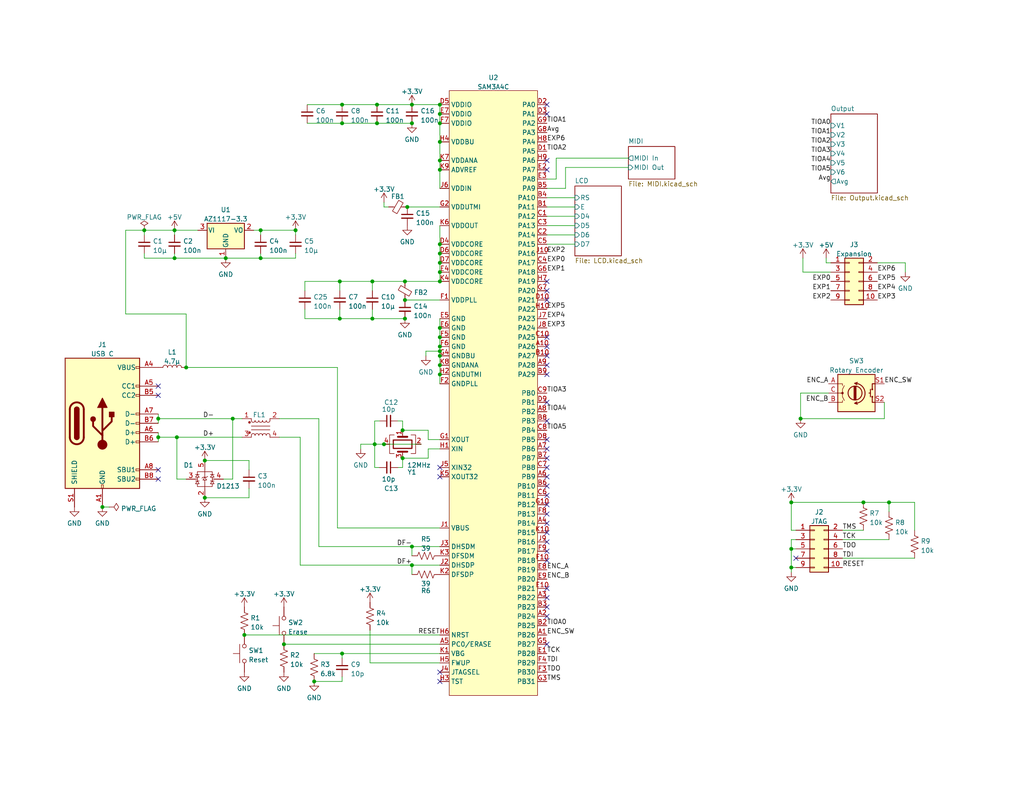
<source format=kicad_sch>
(kicad_sch (version 20211123) (generator eeschema)
  (paper "USLetter")
  (title_block (title "DRSSTC MIDI Interrupter") (rev "1") (comment 2 "July 2022") (comment 3 "Daniel Van Dalsem") (comment 4 "UCSB IEEE"))
  (lib_symbols
    (symbol "Connector:USB_C_Receptacle_USB2.0" (pin_names (offset 1.016))
      (property "Reference" "J" (at -10.16 19.05 0))
      (property "Value" "USB_C_Receptacle_USB2.0" (at 19.05 19.05 0))
      (symbol "USB_C_Receptacle_USB2.0_1_1"
        (pin passive line (at 0 -22.86 90) (length 5.08) (name "GND") (number "A1"))
        (pin passive line (at 0 -22.86 90) (length 5.08) hide (name "GND") (number "A12"))
        (pin passive line (at 15.24 15.24 180) (length 5.08) (name "VBUS") (number "A4"))
        (pin bidirectional line (at 15.24 10.16 180) (length 5.08) (name "CC1") (number "A5"))
        (pin bidirectional line (at 15.24 -2.54 180) (length 5.08) (name "D+") (number "A6"))
        (pin bidirectional line (at 15.24 2.54 180) (length 5.08) (name "D-") (number "A7"))
        (pin bidirectional line (at 15.24 -12.7 180) (length 5.08) (name "SBU1") (number "A8"))
        (pin passive line (at 15.24 15.24 180) (length 5.08) hide (name "VBUS") (number "A9"))
        (pin passive line (at 0 -22.86 90) (length 5.08) hide (name "GND") (number "B1"))
        (pin passive line (at 0 -22.86 90) (length 5.08) hide (name "GND") (number "B12"))
        (pin passive line (at 15.24 15.24 180) (length 5.08) hide (name "VBUS") (number "B4"))
        (pin bidirectional line (at 15.24 7.62 180) (length 5.08) (name "CC2") (number "B5"))
        (pin bidirectional line (at 15.24 -5.08 180) (length 5.08) (name "D+") (number "B6"))
        (pin bidirectional line (at 15.24 0 180) (length 5.08) (name "D-") (number "B7"))
        (pin bidirectional line (at 15.24 -15.24 180) (length 5.08) (name "SBU2") (number "B8"))
        (pin passive line (at 15.24 15.24 180) (length 5.08) hide (name "VBUS") (number "B9"))
        (pin passive line (at -7.62 -22.86 90) (length 5.08) (name "SHIELD") (number "S1"))
      )
    )
    (symbol "Connector_Generic:Conn_02x05_Odd_Even" (pin_names (offset 1.016) hide)
      (property "Reference" "J" (at 1.27 7.62 0))
      (property "Value" "Conn_02x05_Odd_Even" (at 1.27 -7.62 0))
      (symbol "Conn_02x05_Odd_Even_1_1"
        (pin passive line (at -5.08 5.08 0) (length 3.81) (name "Pin_1") (number "1"))
        (pin passive line (at 7.62 -5.08 180) (length 3.81) (name "Pin_10") (number "10"))
        (pin passive line (at 7.62 5.08 180) (length 3.81) (name "Pin_2") (number "2"))
        (pin passive line (at -5.08 2.54 0) (length 3.81) (name "Pin_3") (number "3"))
        (pin passive line (at 7.62 2.54 180) (length 3.81) (name "Pin_4") (number "4"))
        (pin passive line (at -5.08 0 0) (length 3.81) (name "Pin_5") (number "5"))
        (pin passive line (at 7.62 0 180) (length 3.81) (name "Pin_6") (number "6"))
        (pin passive line (at -5.08 -2.54 0) (length 3.81) (name "Pin_7") (number "7"))
        (pin passive line (at 7.62 -2.54 180) (length 3.81) (name "Pin_8") (number "8"))
        (pin passive line (at -5.08 -5.08 0) (length 3.81) (name "Pin_9") (number "9"))
      )
    )
    (symbol "Custom_Symbols:D1213" (pin_names (offset 1.016))
      (property "Reference" "D" (at 2.54 -3.81 0))
      (property "Value" "D1213" (at 3.81 3.81 0))
      (symbol "D1213_1_1"
        (pin passive line (at 0 -5.08 90) (length 2.54) (name "~") (number "2"))
        (pin passive line (at -5.08 0 0) (length 2.54) (name "~") (number "3"))
        (pin passive line (at 5.08 0 180) (length 2.54) (name "~") (number "4"))
        (pin passive line (at 0 5.08 270) (length 2.54) (name "~") (number "5"))
      )
    )
    (symbol "Custom_Symbols:SAM3A4C"
      (property "Reference" "U" (at 22.86 1.27 0))
      (property "Value" "SAM3A4C" (at 5.08 1.27 0))
      (symbol "SAM3A4C_0_0"
        (pin bidirectional line (at 26.67 -148.59 180) (length 2.54) (name "PB26") (number "A1"))
        (pin bidirectional line (at 26.67 -69.85 180) (length 2.54) (name "PA26") (number "A10"))
        (pin bidirectional line (at 26.67 -143.51 180) (length 2.54) (name "PB24") (number "A2"))
        (pin bidirectional line (at 26.67 -138.43 180) (length 2.54) (name "PB22") (number "A3"))
        (pin bidirectional line (at 26.67 -118.11 180) (length 2.54) (name "PB14") (number "A4"))
        (pin bidirectional line (at -2.54 -151.13 0) (length 2.54) (name "PC0/ERASE") (number "A5"))
        (pin bidirectional line (at 26.67 -105.41 180) (length 2.54) (name "PB9") (number "A6"))
        (pin bidirectional line (at 26.67 -97.79 180) (length 2.54) (name "PB6") (number "A7"))
        (pin bidirectional line (at 26.67 -87.63 180) (length 2.54) (name "PB2") (number "A8"))
        (pin bidirectional line (at 26.67 -74.93 180) (length 2.54) (name "PA28") (number "A9"))
        (pin bidirectional line (at 26.67 -31.75 180) (length 2.54) (name "PA11") (number "B1"))
        (pin bidirectional line (at 26.67 -72.39 180) (length 2.54) (name "PA27") (number "B10"))
        (pin bidirectional line (at 26.67 -146.05 180) (length 2.54) (name "PB25") (number "B2"))
        (pin bidirectional line (at 26.67 -140.97 180) (length 2.54) (name "PB23") (number "B3"))
        (pin bidirectional line (at 26.67 -29.21 180) (length 2.54) (name "PA10") (number "B4"))
        (pin bidirectional line (at 26.67 -26.67 180) (length 2.54) (name "PA9") (number "B5"))
        (pin bidirectional line (at 26.67 -107.95 180) (length 2.54) (name "PB10") (number "B6"))
        (pin bidirectional line (at 26.67 -100.33 180) (length 2.54) (name "PB7") (number "B7"))
        (pin bidirectional line (at 26.67 -90.17 180) (length 2.54) (name "PB3") (number "B8"))
        (pin bidirectional line (at 26.67 -77.47 180) (length 2.54) (name "PA29") (number "B9"))
        (pin bidirectional line (at 26.67 -34.29 180) (length 2.54) (name "PA12") (number "C1"))
        (pin bidirectional line (at 26.67 -67.31 180) (length 2.54) (name "PA25") (number "C10"))
        (pin bidirectional line (at 26.67 -39.37 180) (length 2.54) (name "PA14") (number "C2"))
        (pin bidirectional line (at 26.67 -36.83 180) (length 2.54) (name "PA13") (number "C3"))
        (pin bidirectional line (at 26.67 -46.99 180) (length 2.54) (name "PA17") (number "C4"))
        (pin bidirectional line (at 26.67 -41.91 180) (length 2.54) (name "PA15") (number "C5"))
        (pin bidirectional line (at 26.67 -110.49 180) (length 2.54) (name "PB11") (number "C6"))
        (pin bidirectional line (at 26.67 -102.87 180) (length 2.54) (name "PB8") (number "C7"))
        (pin bidirectional line (at 26.67 -92.71 180) (length 2.54) (name "PB4") (number "C8"))
        (pin bidirectional line (at 26.67 -82.55 180) (length 2.54) (name "PB0") (number "C9"))
        (pin bidirectional line (at 26.67 -16.51 180) (length 2.54) (name "PA5") (number "D1"))
        (pin bidirectional line (at 26.67 -57.15 180) (length 2.54) (name "PA21") (number "D10"))
        (pin bidirectional line (at 26.67 -3.81 180) (length 2.54) (name "PA0") (number "D2"))
        (pin bidirectional line (at 26.67 -6.35 180) (length 2.54) (name "PA1") (number "D3"))
        (pin power_in line (at -2.54 -41.91 0) (length 2.54) (name "VDDCORE") (number "D4"))
        (pin power_in line (at -2.54 -3.81 0) (length 2.54) (name "VDDIO") (number "D5"))
        (pin power_in line (at -2.54 -44.45 0) (length 2.54) (name "VDDCORE") (number "D6"))
        (pin power_in line (at -2.54 -46.99 0) (length 2.54) (name "VDDCORE") (number "D7"))
        (pin bidirectional line (at 26.67 -95.25 180) (length 2.54) (name "PB5") (number "D8"))
        (pin bidirectional line (at 26.67 -85.09 180) (length 2.54) (name "PB1") (number "D9"))
        (pin bidirectional line (at 26.67 -153.67 180) (length 2.54) (name "PB28") (number "E1"))
        (pin bidirectional line (at 26.67 -135.89 180) (length 2.54) (name "PB21") (number "E10"))
        (pin bidirectional line (at 26.67 -21.59 180) (length 2.54) (name "PA7") (number "E2"))
        (pin bidirectional line (at 26.67 -24.13 180) (length 2.54) (name "PA8") (number "E3"))
        (pin power_in line (at -2.54 -49.53 0) (length 2.54) (name "VDDCORE") (number "E4"))
        (pin power_in line (at -2.54 -62.23 0) (length 2.54) (name "GND") (number "E5"))
        (pin power_in line (at -2.54 -64.77 0) (length 2.54) (name "GND") (number "E6"))
        (pin power_in line (at -2.54 -6.35 0) (length 2.54) (name "VDDIO") (number "E7"))
        (pin bidirectional line (at 26.67 -130.81 180) (length 2.54) (name "PB19") (number "E8"))
        (pin bidirectional line (at 26.67 -133.35 180) (length 2.54) (name "PB20") (number "E9"))
        (pin power_in line (at -2.54 -57.15 0) (length 2.54) (name "VDDPLL") (number "F1"))
        (pin bidirectional line (at 26.67 -128.27 180) (length 2.54) (name "PB18") (number "F10"))
        (pin power_in line (at -2.54 -80.01 0) (length 2.54) (name "GNDPLL") (number "F2"))
        (pin bidirectional line (at 26.67 -158.75 180) (length 2.54) (name "PB30") (number "F3"))
        (pin bidirectional line (at 26.67 -156.21 180) (length 2.54) (name "PB29") (number "F4"))
        (pin power_in line (at -2.54 -67.31 0) (length 2.54) (name "GND") (number "F5"))
        (pin power_in line (at -2.54 -69.85 0) (length 2.54) (name "GND") (number "F6"))
        (pin power_in line (at -2.54 -8.89 0) (length 2.54) (name "VDDIO") (number "F7"))
        (pin bidirectional line (at 26.67 -115.57 180) (length 2.54) (name "PB13") (number "F8"))
        (pin bidirectional line (at 26.67 -125.73 180) (length 2.54) (name "PB17") (number "F9"))
        (pin output line (at -2.54 -95.25 0) (length 2.54) (name "XOUT") (number "G1"))
        (pin bidirectional line (at 26.67 -113.03 180) (length 2.54) (name "PB12") (number "G10"))
        (pin power_in line (at -2.54 -31.75 0) (length 2.54) (name "VDDUTMI") (number "G2"))
        (pin bidirectional line (at 26.67 -161.29 180) (length 2.54) (name "PB31") (number "G3"))
        (pin power_in line (at -2.54 -72.39 0) (length 2.54) (name "GNDBU") (number "G4"))
        (pin bidirectional line (at 26.67 -151.13 180) (length 2.54) (name "PB27") (number "G5"))
        (pin bidirectional line (at 26.67 -49.53 180) (length 2.54) (name "PA18") (number "G6"))
        (pin bidirectional line (at 26.67 -54.61 180) (length 2.54) (name "PA20") (number "G7"))
        (pin bidirectional line (at 26.67 -11.43 180) (length 2.54) (name "PA3") (number "G8"))
        (pin bidirectional line (at 26.67 -8.89 180) (length 2.54) (name "PA2") (number "G9"))
        (pin input line (at -2.54 -97.79 0) (length 2.54) (name "XIN") (number "H1"))
        (pin bidirectional line (at 26.67 -59.69 180) (length 2.54) (name "PA22") (number "H10"))
        (pin power_in line (at -2.54 -77.47 0) (length 2.54) (name "GNDUTMI") (number "H2"))
        (pin passive line (at -2.54 -161.29 0) (length 2.54) (name "TST") (number "H3"))
        (pin power_in line (at -2.54 -13.97 0) (length 2.54) (name "VDDBU") (number "H4"))
        (pin input line (at -2.54 -156.21 0) (length 2.54) (name "FWUP") (number "H5"))
        (pin input line (at -2.54 -148.59 0) (length 2.54) (name "NRST") (number "H6"))
        (pin bidirectional line (at 26.67 -52.07 180) (length 2.54) (name "PA19") (number "H7"))
        (pin bidirectional line (at 26.67 -13.97 180) (length 2.54) (name "PA4") (number "H8"))
        (pin bidirectional line (at 26.67 -19.05 180) (length 2.54) (name "PA6") (number "H9"))
        (pin input line (at -2.54 -119.38 0) (length 2.54) (name "VBUS") (number "J1"))
        (pin bidirectional line (at 26.67 -44.45 180) (length 2.54) (name "PA16") (number "J10"))
        (pin bidirectional line (at -2.54 -129.54 0) (length 2.54) (name "DHSDP") (number "J2"))
        (pin bidirectional line (at -2.54 -124.46 0) (length 2.54) (name "DHSDM") (number "J3"))
        (pin input line (at -2.54 -158.75 0) (length 2.54) (name "JTAGSEL") (number "J4"))
        (pin input line (at -2.54 -102.87 0) (length 2.54) (name "XIN32") (number "J5"))
        (pin power_in line (at -2.54 -26.67 0) (length 2.54) (name "VDDIN") (number "J6"))
        (pin bidirectional line (at 26.67 -62.23 180) (length 2.54) (name "PA23") (number "J7"))
        (pin bidirectional line (at 26.67 -64.77 180) (length 2.54) (name "PA24") (number "J8"))
        (pin bidirectional line (at 26.67 -123.19 180) (length 2.54) (name "PB16") (number "J9"))
        (pin passive line (at -2.54 -153.67 0) (length 2.54) (name "VBG") (number "K1"))
        (pin bidirectional line (at 26.67 -120.65 180) (length 2.54) (name "PB15") (number "K10"))
        (pin bidirectional line (at -2.54 -132.08 0) (length 2.54) (name "DFSDP") (number "K2"))
        (pin bidirectional line (at -2.54 -127 0) (length 2.54) (name "DFSDM") (number "K3"))
        (pin power_in line (at -2.54 -52.07 0) (length 2.54) (name "VDDCORE") (number "K4"))
        (pin output line (at -2.54 -105.41 0) (length 2.54) (name "XOUT32") (number "K5"))
        (pin power_out line (at -2.54 -36.83 0) (length 2.54) (name "VDDOUT") (number "K6"))
        (pin power_in line (at -2.54 -19.05 0) (length 2.54) (name "VDDANA") (number "K7"))
        (pin power_in line (at -2.54 -74.93 0) (length 2.54) (name "GNDANA") (number "K8"))
        (pin input line (at -2.54 -21.59 0) (length 2.54) (name "ADVREF") (number "K9"))
      )
    )
    (symbol "Device:C_Small" (pin_numbers hide) (pin_names (offset 0.254) hide)
      (property "Reference" "C" (at 0.254 1.778 0))
      (property "Value" "C_Small" (at 0.254 -2.032 0))
      (symbol "C_Small_1_1"
        (pin passive line (at 0 2.54 270) (length 2.032) (name "~") (number "1"))
        (pin passive line (at 0 -2.54 90) (length 2.032) (name "~") (number "2"))
      )
    )
    (symbol "Device:Crystal_GND24" (pin_names (offset 1.016) hide)
      (property "Reference" "Y" (at 3.175 5.08 0))
      (property "Value" "Crystal_GND24" (at 3.175 3.175 0))
      (symbol "Crystal_GND24_1_1"
        (pin passive line (at -3.81 0 0) (length 1.27) (name "1") (number "1"))
        (pin passive line (at 0 5.08 270) (length 1.27) (name "2") (number "2"))
        (pin passive line (at 3.81 0 180) (length 1.27) (name "3") (number "3"))
        (pin passive line (at 0 -5.08 90) (length 1.27) (name "4") (number "4"))
      )
    )
    (symbol "Device:FerriteBead_Small" (pin_numbers hide) (pin_names (offset 0))
      (property "Reference" "FB" (at 1.905 1.27 0))
      (property "Value" "FerriteBead_Small" (at 1.905 -1.27 0))
      (symbol "FerriteBead_Small_1_1"
        (pin passive line (at 0 2.54 270) (length 1.27) (name "~") (number "1"))
        (pin passive line (at 0 -2.54 90) (length 1.27) (name "~") (number "2"))
      )
    )
    (symbol "Device:Filter_EMI_CommonMode" (pin_names (offset 0.254) hide)
      (property "Reference" "FL" (at 0 4.445 0))
      (property "Value" "Filter_EMI_CommonMode" (at 0 -4.445 0))
      (symbol "Filter_EMI_CommonMode_1_1"
        (pin passive line (at -5.08 2.54 0) (length 2.54) (name "1") (number "1"))
        (pin passive line (at 5.08 2.54 180) (length 2.54) (name "2") (number "2"))
        (pin passive line (at -5.08 -2.54 0) (length 2.54) (name "3") (number "3"))
        (pin passive line (at 5.08 -2.54 180) (length 2.54) (name "4") (number "4"))
      )
    )
    (symbol "Device:L" (pin_numbers hide) (pin_names (offset 1.016) hide)
      (property "Reference" "L" (at -1.27 0 90))
      (property "Value" "L" (at 1.905 0 90))
      (symbol "L_1_1"
        (pin passive line (at 0 3.81 270) (length 1.27) (name "1") (number "1"))
        (pin passive line (at 0 -3.81 90) (length 1.27) (name "2") (number "2"))
      )
    )
    (symbol "Device:R_US" (pin_numbers hide) (pin_names (offset 0))
      (property "Reference" "R" (at 2.54 0 90))
      (property "Value" "R_US" (at -2.54 0 90))
      (symbol "R_US_1_1"
        (pin passive line (at 0 3.81 270) (length 1.27) (name "~") (number "1"))
        (pin passive line (at 0 -3.81 90) (length 1.27) (name "~") (number "2"))
      )
    )
    (symbol "Device:RotaryEncoder_Switch" (pin_names (offset 0.254) hide)
      (property "Reference" "SW" (at 0 6.604 0))
      (property "Value" "RotaryEncoder_Switch" (at 0 -6.604 0))
      (symbol "RotaryEncoder_Switch_1_1"
        (pin passive line (at -7.62 2.54 0) (length 2.54) (name "A") (number "A"))
        (pin passive line (at -7.62 -2.54 0) (length 2.54) (name "B") (number "B"))
        (pin passive line (at -7.62 0 0) (length 2.54) (name "C") (number "C"))
        (pin passive line (at 7.62 2.54 180) (length 2.54) (name "S1") (number "S1"))
        (pin passive line (at 7.62 -2.54 180) (length 2.54) (name "S2") (number "S2"))
      )
    )
    (symbol "Regulator_Linear:AZ1117-3.3" (pin_names (offset 0.254))
      (property "Reference" "U" (at -3.81 3.175 0))
      (property "Value" "AZ1117-3.3" (at 0 3.175 0))
      (symbol "AZ1117-3.3_1_1"
        (pin power_in line (at 0 -7.62 90) (length 2.54) (name "GND") (number "1"))
        (pin power_out line (at 7.62 0 180) (length 2.54) (name "VO") (number "2"))
        (pin power_in line (at -7.62 0 0) (length 2.54) (name "VI") (number "3"))
      )
    )
    (symbol "Switch:SW_Push" (pin_numbers hide) (pin_names (offset 1.016) hide)
      (property "Reference" "SW" (at 1.27 2.54 0))
      (property "Value" "SW_Push" (at 0 -1.524 0))
      (symbol "SW_Push_0_1"
        (pin passive line (at -5.08 0 0) (length 2.54) (name "1") (number "1"))
        (pin passive line (at 5.08 0 180) (length 2.54) (name "2") (number "2"))
      )
    )
    (symbol "power:+3.3V" (power) (pin_names (offset 0))
      (property "Value" "+3.3V" (at 0 3.556 0))
      (symbol "+3.3V_1_1"
        (pin power_in line (at 0 0 90) (length 0) hide (name "+3.3V") (number "1"))
      )
    )
    (symbol "power:+5V" (power) (pin_names (offset 0))
      (property "Value" "+5V" (at 0 3.556 0))
      (symbol "+5V_1_1"
        (pin power_in line (at 0 0 90) (length 0) hide (name "+5V") (number "1"))
      )
    )
    (symbol "power:GND" (power) (pin_names (offset 0))
      (property "Value" "GND" (at 0 -3.81 0))
      (symbol "GND_1_1"
        (pin power_in line (at 0 0 270) (length 0) hide (name "GND") (number "1"))
      )
    )
    (symbol "power:PWR_FLAG" (power) (pin_numbers hide) (pin_names (offset 0) hide)
      (property "Value" "PWR_FLAG" (at 0 3.81 0))
      (symbol "PWR_FLAG_0_0"
        (pin power_out line (at 0 0 90) (length 0) (name "pwr") (number "1"))
      )
    )
  )
  (junction (at 110.49 86.995))
  (junction (at 120.015 95.885))
  (junction (at 235.585 137.16))
  (junction (at 93.345 33.655))
  (junction (at 120.015 74.295))
  (junction (at 102.235 121.285))
  (junction (at 92.71 86.995))
  (junction (at 110.49 76.835))
  (junction (at 120.015 28.575))
  (junction (at 120.015 76.835))
  (junction (at 63.5 114.3))
  (junction (at 120.015 89.535))
  (junction (at 85.725 186.055))
  (junction (at 93.345 178.435))
  (junction (at 43.18 114.3))
  (junction (at 71.12 70.485))
  (junction (at 112.395 149.225))
  (junction (at 120.015 69.215))
  (junction (at 77.47 175.895))
  (junction (at 104.775 121.285))
  (junction (at 120.015 43.815))
  (junction (at 218.44 114.3))
  (junction (at 112.395 28.575))
  (junction (at 120.015 97.155))
  (junction (at 120.015 33.655))
  (junction (at 93.345 28.575))
  (junction (at 61.595 70.485))
  (junction (at 120.015 71.755))
  (junction (at 120.015 31.115))
  (junction (at 27.94 138.43))
  (junction (at 215.9 137.16))
  (junction (at 110.49 81.915))
  (junction (at 112.395 154.305))
  (junction (at 120.015 94.615))
  (junction (at 92.71 76.835))
  (junction (at 50.8 100.33))
  (junction (at 109.855 125.095))
  (junction (at 43.18 119.38))
  (junction (at 215.9 149.86))
  (junction (at 101.6 76.835))
  (junction (at 102.87 28.575))
  (junction (at 47.625 62.865))
  (junction (at 215.9 154.94))
  (junction (at 39.37 62.865))
  (junction (at 80.645 62.865))
  (junction (at 66.675 173.355))
  (junction (at 102.87 33.655))
  (junction (at 120.015 99.695))
  (junction (at 47.625 70.485))
  (junction (at 48.26 119.38))
  (junction (at 120.015 92.075))
  (junction (at 109.855 117.475))
  (junction (at 112.395 33.655))
  (junction (at 120.015 46.355))
  (junction (at 55.88 135.89))
  (junction (at 242.57 137.16))
  (junction (at 101.6 86.995))
  (junction (at 120.015 102.235))
  (junction (at 120.015 38.735))
  (junction (at 55.88 125.73))
  (junction (at 120.015 66.675))
  (junction (at 71.12 62.865))
  (junction (at 111.125 56.515))
  (no_connect (at 149.225 132.715))
  (no_connect (at 149.225 99.695))
  (no_connect (at 149.225 43.815))
  (no_connect (at 149.225 79.375))
  (no_connect (at 120.015 130.175))
  (no_connect (at 149.225 140.335))
  (no_connect (at 149.225 114.935))
  (no_connect (at 149.225 97.155))
  (no_connect (at 149.225 125.095))
  (no_connect (at 149.225 163.195))
  (no_connect (at 149.225 122.555))
  (no_connect (at 120.015 186.055))
  (no_connect (at 120.015 183.515))
  (no_connect (at 149.225 160.655))
  (no_connect (at 149.225 92.075))
  (no_connect (at 149.225 135.255))
  (no_connect (at 149.225 142.875))
  (no_connect (at 149.225 168.275))
  (no_connect (at 149.225 150.495))
  (no_connect (at 149.225 94.615))
  (no_connect (at 217.17 152.4))
  (no_connect (at 149.225 102.235))
  (no_connect (at 149.225 153.035))
  (no_connect (at 149.225 109.855))
  (no_connect (at 149.225 137.795))
  (no_connect (at 149.225 165.735))
  (no_connect (at 149.225 175.895))
  (no_connect (at 149.225 31.115))
  (no_connect (at 149.225 130.175))
  (no_connect (at 149.225 76.835))
  (no_connect (at 149.225 147.955))
  (no_connect (at 149.225 120.015))
  (no_connect (at 149.225 145.415))
  (no_connect (at 149.225 28.575))
  (no_connect (at 149.225 127.635))
  (no_connect (at 120.015 127.635))
  (no_connect (at 149.225 81.915))
  (no_connect (at 43.18 130.81))
  (no_connect (at 43.18 128.27))
  (no_connect (at 43.18 107.95))
  (no_connect (at 43.18 105.41))
  (no_connect (at 149.225 46.355))
  (wire (pts (xy 112.395 154.305) (xy 120.015 154.305)))
  (wire (pts (xy 120.015 89.535) (xy 120.015 92.075)))
  (wire (pts (xy 109.855 125.095) (xy 109.855 127.635)))
  (wire (pts (xy 247.015 71.755) (xy 239.395 71.755)))
  (wire (pts (xy 67.945 135.89) (xy 67.945 133.35)))
  (wire (pts (xy 114.935 121.285) (xy 104.775 121.285)))
  (wire (pts (xy 48.26 119.38) (xy 48.26 130.81)))
  (wire (pts (xy 83.185 84.455) (xy 83.185 86.995)))
  (wire (pts (xy 80.645 69.215) (xy 80.645 70.485)))
  (wire (pts (xy 120.015 144.145) (xy 92.075 144.145)))
  (wire (pts (xy 120.015 92.075) (xy 120.015 94.615)))
  (wire (pts (xy 112.395 149.225) (xy 120.015 149.225)))
  (wire (pts (xy 120.015 28.575) (xy 120.015 31.115)))
  (wire (pts (xy 76.2 119.38) (xy 81.915 119.38)))
  (wire (pts (xy 48.26 119.38) (xy 66.04 119.38)))
  (wire (pts (xy 47.625 62.865) (xy 47.625 64.135)))
  (wire (pts (xy 81.915 154.305) (xy 81.915 119.38)))
  (wire (pts (xy 109.855 125.095) (xy 116.84 125.095)))
  (wire (pts (xy 34.29 85.725) (xy 50.8 85.725)))
  (wire (pts (xy 247.015 74.295) (xy 247.015 71.755)))
  (wire (pts (xy 149.225 56.515) (xy 156.845 56.515)))
  (wire (pts (xy 50.8 85.725) (xy 50.8 100.33)))
  (wire (pts (xy 109.855 117.475) (xy 116.84 117.475)))
  (wire (pts (xy 104.775 56.515) (xy 106.045 56.515)))
  (wire (pts (xy 71.12 69.215) (xy 71.12 70.485)))
  (wire (pts (xy 93.345 179.705) (xy 93.345 178.435)))
  (wire (pts (xy 102.235 114.935) (xy 103.505 114.935)))
  (wire (pts (xy 120.015 97.155) (xy 120.015 99.695)))
  (wire (pts (xy 149.225 59.055) (xy 156.845 59.055)))
  (wire (pts (xy 39.37 70.485) (xy 39.37 69.215)))
  (wire (pts (xy 215.9 154.94) (xy 217.17 154.94)))
  (wire (pts (xy 215.9 154.94) (xy 215.9 149.86)))
  (wire (pts (xy 149.225 51.435) (xy 154.305 51.435)))
  (wire (pts (xy 120.015 95.885) (xy 120.015 97.155)))
  (wire (pts (xy 109.855 114.935) (xy 109.855 117.475)))
  (wire (pts (xy 229.87 152.4) (xy 249.555 152.4)))
  (wire (pts (xy 67.945 128.27) (xy 67.945 125.73)))
  (wire (pts (xy 116.205 95.885) (xy 120.015 95.885)))
  (wire (pts (xy 112.395 28.575) (xy 120.015 28.575)))
  (wire (pts (xy 109.855 127.635) (xy 108.585 127.635)))
  (wire (pts (xy 43.18 114.3) (xy 43.18 115.57)))
  (wire (pts (xy 71.12 62.865) (xy 80.645 62.865)))
  (wire (pts (xy 83.185 76.835) (xy 83.185 79.375)))
  (wire (pts (xy 225.425 71.755) (xy 226.695 71.755)))
  (wire (pts (xy 151.765 43.18) (xy 171.45 43.18)))
  (wire (pts (xy 218.44 114.3) (xy 241.3 114.3)))
  (wire (pts (xy 50.8 130.81) (xy 48.26 130.81)))
  (wire (pts (xy 149.225 61.595) (xy 156.845 61.595)))
  (wire (pts (xy 151.765 48.895) (xy 151.765 43.18)))
  (wire (pts (xy 242.57 137.16) (xy 242.57 139.7)))
  (wire (pts (xy 39.37 70.485) (xy 47.625 70.485)))
  (wire (pts (xy 83.82 28.575) (xy 93.345 28.575)))
  (wire (pts (xy 149.225 53.975) (xy 156.845 53.975)))
  (wire (pts (xy 215.9 156.21) (xy 215.9 154.94)))
  (wire (pts (xy 48.26 119.38) (xy 43.18 119.38)))
  (wire (pts (xy 215.9 149.86) (xy 215.9 147.32)))
  (wire (pts (xy 93.345 186.055) (xy 93.345 184.785)))
  (wire (pts (xy 120.015 74.295) (xy 120.015 76.835)))
  (wire (pts (xy 34.29 62.865) (xy 34.29 85.725)))
  (wire (pts (xy 63.5 114.3) (xy 43.18 114.3)))
  (wire (pts (xy 85.725 186.055) (xy 93.345 186.055)))
  (wire (pts (xy 215.9 147.32) (xy 217.17 147.32)))
  (wire (pts (xy 235.585 137.16) (xy 242.57 137.16)))
  (wire (pts (xy 215.9 137.16) (xy 215.9 144.78)))
  (wire (pts (xy 47.625 69.215) (xy 47.625 70.485)))
  (wire (pts (xy 93.345 33.655) (xy 102.87 33.655)))
  (wire (pts (xy 102.235 114.935) (xy 102.235 121.285)))
  (wire (pts (xy 80.645 62.865) (xy 80.645 64.135)))
  (wire (pts (xy 149.225 48.895) (xy 151.765 48.895)))
  (wire (pts (xy 116.84 122.555) (xy 120.015 122.555)))
  (wire (pts (xy 104.775 121.285) (xy 102.235 121.285)))
  (wire (pts (xy 116.84 117.475) (xy 116.84 120.015)))
  (wire (pts (xy 110.49 76.835) (xy 120.015 76.835)))
  (wire (pts (xy 86.995 149.225) (xy 112.395 149.225)))
  (wire (pts (xy 104.775 55.245) (xy 104.775 56.515)))
  (wire (pts (xy 120.015 69.215) (xy 120.015 71.755)))
  (wire (pts (xy 34.29 62.865) (xy 39.37 62.865)))
  (wire (pts (xy 102.235 121.285) (xy 102.235 127.635)))
  (wire (pts (xy 120.015 102.235) (xy 120.015 104.775)))
  (wire (pts (xy 92.71 84.455) (xy 92.71 86.995)))
  (wire (pts (xy 229.87 144.78) (xy 235.585 144.78)))
  (wire (pts (xy 83.185 86.995) (xy 92.71 86.995)))
  (wire (pts (xy 92.71 76.835) (xy 83.185 76.835)))
  (wire (pts (xy 27.94 138.43) (xy 29.845 138.43)))
  (wire (pts (xy 101.6 86.995) (xy 110.49 86.995)))
  (wire (pts (xy 69.215 62.865) (xy 71.12 62.865)))
  (wire (pts (xy 71.12 62.865) (xy 71.12 64.135)))
  (wire (pts (xy 93.345 178.435) (xy 120.015 178.435)))
  (wire (pts (xy 154.305 45.72) (xy 171.45 45.72)))
  (wire (pts (xy 215.9 144.78) (xy 217.17 144.78)))
  (wire (pts (xy 120.015 71.755) (xy 120.015 74.295)))
  (wire (pts (xy 47.625 62.865) (xy 53.975 62.865)))
  (wire (pts (xy 60.96 130.81) (xy 63.5 130.81)))
  (wire (pts (xy 218.44 107.315) (xy 226.06 107.315)))
  (wire (pts (xy 77.47 175.895) (xy 120.015 175.895)))
  (wire (pts (xy 67.945 125.73) (xy 55.88 125.73)))
  (wire (pts (xy 66.675 173.355) (xy 120.015 173.355)))
  (wire (pts (xy 43.18 119.38) (xy 43.18 120.65)))
  (wire (pts (xy 225.425 70.485) (xy 225.425 71.755)))
  (wire (pts (xy 219.075 74.295) (xy 226.695 74.295)))
  (wire (pts (xy 241.3 109.855) (xy 241.3 114.3)))
  (wire (pts (xy 43.18 113.03) (xy 43.18 114.3)))
  (wire (pts (xy 102.87 33.655) (xy 112.395 33.655)))
  (wire (pts (xy 100.965 172.085) (xy 100.965 180.975)))
  (wire (pts (xy 50.8 100.33) (xy 92.075 100.33)))
  (wire (pts (xy 102.87 28.575) (xy 112.395 28.575)))
  (wire (pts (xy 85.725 178.435) (xy 93.345 178.435)))
  (wire (pts (xy 120.015 38.735) (xy 120.015 43.815)))
  (wire (pts (xy 112.395 156.845) (xy 112.395 154.305)))
  (wire (pts (xy 98.425 121.285) (xy 98.425 122.555)))
  (wire (pts (xy 154.305 51.435) (xy 154.305 45.72)))
  (wire (pts (xy 112.395 151.765) (xy 112.395 149.225)))
  (wire (pts (xy 120.015 61.595) (xy 120.015 66.675)))
  (wire (pts (xy 120.015 66.675) (xy 120.015 69.215)))
  (wire (pts (xy 86.995 114.3) (xy 86.995 149.225)))
  (wire (pts (xy 93.345 28.575) (xy 102.87 28.575)))
  (wire (pts (xy 71.12 70.485) (xy 61.595 70.485)))
  (wire (pts (xy 116.205 95.885) (xy 116.205 97.155)))
  (wire (pts (xy 47.625 70.485) (xy 61.595 70.485)))
  (wire (pts (xy 101.6 79.375) (xy 101.6 76.835)))
  (wire (pts (xy 120.015 43.815) (xy 120.015 46.355)))
  (wire (pts (xy 149.225 64.135) (xy 156.845 64.135)))
  (wire (pts (xy 229.87 147.32) (xy 242.57 147.32)))
  (wire (pts (xy 76.2 114.3) (xy 86.995 114.3)))
  (wire (pts (xy 83.82 33.655) (xy 93.345 33.655)))
  (wire (pts (xy 116.84 120.015) (xy 120.015 120.015)))
  (wire (pts (xy 80.645 70.485) (xy 71.12 70.485)))
  (wire (pts (xy 120.015 94.615) (xy 120.015 95.885)))
  (wire (pts (xy 92.71 86.995) (xy 101.6 86.995)))
  (wire (pts (xy 111.125 56.515) (xy 120.015 56.515)))
  (wire (pts (xy 219.075 70.485) (xy 219.075 74.295)))
  (wire (pts (xy 101.6 84.455) (xy 101.6 86.995)))
  (wire (pts (xy 149.225 66.675) (xy 156.845 66.675)))
  (wire (pts (xy 120.015 86.995) (xy 120.015 89.535)))
  (wire (pts (xy 242.57 137.16) (xy 249.555 137.16)))
  (wire (pts (xy 120.015 99.695) (xy 120.015 102.235)))
  (wire (pts (xy 43.18 118.11) (xy 43.18 119.38)))
  (wire (pts (xy 63.5 114.3) (xy 66.04 114.3)))
  (wire (pts (xy 120.015 33.655) (xy 120.015 38.735)))
  (wire (pts (xy 120.015 46.355) (xy 120.015 51.435)))
  (wire (pts (xy 92.71 76.835) (xy 92.71 79.375)))
  (wire (pts (xy 39.37 62.865) (xy 39.37 64.135)))
  (wire (pts (xy 120.015 31.115) (xy 120.015 33.655)))
  (wire (pts (xy 116.84 125.095) (xy 116.84 122.555)))
  (wire (pts (xy 39.37 62.865) (xy 47.625 62.865)))
  (wire (pts (xy 215.9 149.86) (xy 217.17 149.86)))
  (wire (pts (xy 100.965 180.975) (xy 120.015 180.975)))
  (wire (pts (xy 215.9 137.16) (xy 235.585 137.16)))
  (wire (pts (xy 108.585 114.935) (xy 109.855 114.935)))
  (wire (pts (xy 98.425 121.285) (xy 102.235 121.285)))
  (wire (pts (xy 92.075 144.145) (xy 92.075 100.33)))
  (wire (pts (xy 249.555 137.16) (xy 249.555 144.78)))
  (wire (pts (xy 102.235 127.635) (xy 103.505 127.635)))
  (wire (pts (xy 101.6 76.835) (xy 110.49 76.835)))
  (wire (pts (xy 81.915 154.305) (xy 112.395 154.305)))
  (wire (pts (xy 218.44 114.3) (xy 218.44 107.315)))
  (wire (pts (xy 110.49 81.915) (xy 120.015 81.915)))
  (wire (pts (xy 55.88 135.89) (xy 67.945 135.89)))
  (wire (pts (xy 63.5 114.3) (xy 63.5 130.81)))
  (wire (pts (xy 101.6 76.835) (xy 92.71 76.835)))
  (label "ENC_B" (at 226.06 109.855 180))
  (label "TIOA0" (at 149.225 170.815 0))
  (label "DF-" (at 112.395 149.225 180))
  (label "TCK" (at 229.87 147.32 0))
  (label "D+" (at 58.42 119.38 180))
  (label "EXP0" (at 149.225 71.755 0))
  (label "TCK" (at 149.225 178.435 0))
  (label "EXP2" (at 226.695 81.915 180))
  (label "TDI" (at 149.225 180.975 0))
  (label "TIOA5" (at 226.695 46.99 180))
  (label "EXP5" (at 149.225 84.455 0))
  (label "TIOA2" (at 226.695 39.37 180))
  (label "Avg" (at 226.695 49.53 180))
  (label "EXP4" (at 149.225 86.995 0))
  (label "TIOA3" (at 226.695 41.91 180))
  (label "ENC_SW" (at 241.3 104.775 0))
  (label "ENC_SW" (at 149.225 173.355 0))
  (label "EXP3" (at 239.395 81.915 0))
  (label "TIOA3" (at 149.225 107.315 0))
  (label "EXP2" (at 149.225 69.215 0))
  (label "RESET" (at 229.87 154.94 0))
  (label "TIOA1" (at 149.225 33.655 0))
  (label "TMS" (at 149.225 186.055 0))
  (label "EXP6" (at 239.395 74.295 0))
  (label "TIOA2" (at 149.225 41.275 0))
  (label "TDO" (at 229.87 149.86 0))
  (label "Avg" (at 149.225 36.195 0))
  (label "RESET" (at 120.015 173.355 180))
  (label "TIOA4" (at 226.695 44.45 180))
  (label "TIOA4" (at 149.225 112.395 0))
  (label "EXP3" (at 149.225 89.535 0))
  (label "TDO" (at 149.225 183.515 0))
  (label "ENC_A" (at 226.06 104.775 180))
  (label "DF+" (at 112.395 154.305 180))
  (label "TIOA5" (at 149.225 117.475 0))
  (label "TDI" (at 229.87 152.4 0))
  (label "EXP6" (at 149.225 38.735 0))
  (label "D-" (at 58.42 114.3 180))
  (label "EXP4" (at 239.395 79.375 0))
  (label "ENC_B" (at 149.225 158.115 0))
  (label "EXP1" (at 149.225 74.295 0))
  (label "EXP0" (at 226.695 76.835 180))
  (label "TIOA1" (at 226.695 36.83 180))
  (label "EXP1" (at 226.695 79.375 180))
  (label "TMS" (at 229.87 144.78 0))
  (label "TIOA0" (at 226.695 34.29 180))
  (label "ENC_A" (at 149.225 155.575 0))
  (label "EXP5" (at 239.395 76.835 0))
  (symbol (lib_id "Device:C_Small") (at 47.625 66.675 0) (unit 1)
    (property "Reference" "C2" (at 49.9491 65.8466 0) (effects (justify left)))
    (property "Value" "100n" (at 49.9491 68.3835 0) (effects (justify left)))
    (property "Footprint" "Capacitor_SMD:C_0603_1608Metric_Pad1.08x0.95mm_HandSolder" (effects hide))
  )
  (symbol (lib_id "power:GND") (at 110.49 86.995 0) (unit 1)
    (property "Reference" "#PWR016" (effects hide))
    (property "Value" "GND" (at 110.49 91.4384 0))
  )
  (symbol (lib_id "Device:R_US") (at 85.725 182.245 0) (unit 1)
    (property "Reference" "R3" (at 87.376 181.4103 0) (effects (justify left)))
    (property "Value" "6.8k" (at 87.376 183.9472 0) (effects (justify left)))
    (property "Footprint" "Resistor_SMD:R_0603_1608Metric_Pad0.98x0.95mm_HandSolder" (effects hide))
  )
  (symbol (lib_id "Device:Filter_EMI_CommonMode") (at 71.12 116.84 0) (unit 1)
    (property "Reference" "FL1" (at 70.739 113.2642 0))
    (property "Value" "Filter_EMI_CommonMode" (effects hide))
    (property "Footprint" "Custom_Footprints:Bourns_SRF2012AA" (effects hide))
  )
  (symbol (lib_id "Device:C_Small") (at 39.37 66.675 0) (unit 1)
    (property "Reference" "C1" (at 41.6941 65.8466 0) (effects (justify left)))
    (property "Value" "10µ" (at 41.6941 68.3835 0) (effects (justify left)))
    (property "Footprint" "Capacitor_SMD:C_0805_2012Metric_Pad1.18x1.45mm_HandSolder" (effects hide))
  )
  (symbol (lib_id "power:+3.3V") (at 100.965 164.465 0) (unit 1)
    (property "Reference" "#PWR014" (effects hide))
    (property "Value" "+3.3V" (at 100.965 160.8892 0))
  )
  (symbol (lib_id "Device:C_Small") (at 111.125 59.055 0) (mirror y) (unit 1)
    (property "Reference" "C15" (at 113.4491 58.2266 0) (effects (justify right)))
    (property "Value" "100n" (at 113.4491 60.7635 0) (effects (justify right)))
    (property "Footprint" "Capacitor_SMD:C_0603_1608Metric_Pad1.08x0.95mm_HandSolder" (effects hide))
  )
  (symbol (lib_id "Device:R_US") (at 116.205 151.765 90) (unit 1)
    (property "Reference" "R5" (at 116.205 147.1762 90))
    (property "Value" "39" (at 116.205 149.7131 90))
    (property "Footprint" "Resistor_SMD:R_0603_1608Metric_Pad0.98x0.95mm_HandSolder" (effects hide))
  )
  (symbol (lib_id "Custom_Symbols:D1213") (at 55.88 130.81 0) (unit 1)
    (property "Reference" "D1" (at 51.435 127 0))
    (property "Value" "D1213" (at 62.23 132.715 0))
    (property "Footprint" "Custom_Footprints:SOT25" (effects hide))
    (property "Datasheet" "https://www.diodes.com/assets/Datasheets/D1213A-02SM.pdf" (effects hide))
  )
  (symbol (lib_id "Device:R_US") (at 100.965 168.275 0) (unit 1)
    (property "Reference" "R4" (at 102.616 167.4403 0) (effects (justify left)))
    (property "Value" "10k" (at 102.616 169.9772 0) (effects (justify left)))
    (property "Footprint" "Resistor_SMD:R_0603_1608Metric_Pad0.98x0.95mm_HandSolder" (effects hide))
  )
  (symbol (lib_id "power:+3.3V") (at 77.47 165.735 0) (unit 1)
    (property "Reference" "#PWR09" (effects hide))
    (property "Value" "+3.3V" (at 77.47 162.1592 0))
  )
  (symbol (lib_id "power:+3.3V") (at 112.395 28.575 0) (unit 1)
    (property "Reference" "#PWR018" (effects hide))
    (property "Value" "+3.3V" (at 112.395 24.9992 0))
  )
  (symbol (lib_id "Connector_Generic:Conn_02x05_Odd_Even") (at 231.775 76.835 0) (unit 1)
    (property "Reference" "J3" (at 233.045 66.7852 0))
    (property "Value" "Expansion" (at 233.045 69.3221 0))
    (property "Footprint" "Connector_PinHeader_2.54mm:PinHeader_2x05_P2.54mm_Vertical" (effects hide))
  )
  (symbol (lib_id "Device:C_Small") (at 93.345 182.245 0) (unit 1)
    (property "Reference" "C9" (at 95.6691 181.4166 0) (effects (justify left)))
    (property "Value" "10p" (at 95.6691 183.9535 0) (effects (justify left)))
    (property "Footprint" "Capacitor_SMD:C_0603_1608Metric_Pad1.08x0.95mm_HandSolder" (effects hide))
  )
  (symbol (lib_id "Device:C_Small") (at 80.645 66.675 0) (unit 1)
    (property "Reference" "C5" (at 82.9691 65.8466 0) (effects (justify left)))
    (property "Value" "10µ" (at 82.9691 68.3835 0) (effects (justify left)))
    (property "Footprint" "Capacitor_SMD:C_0805_2012Metric_Pad1.18x1.45mm_HandSolder" (effects hide))
  )
  (symbol (lib_id "Device:C_Small") (at 101.6 81.915 0) (mirror y) (unit 1)
    (property "Reference" "C10" (at 103.9241 81.0866 0) (effects (justify right)))
    (property "Value" "10µ" (at 103.9241 83.6235 0) (effects (justify right)))
    (property "Footprint" "Capacitor_SMD:C_0805_2012Metric_Pad1.18x1.45mm_HandSolder" (effects hide))
  )
  (symbol (lib_id "power:+3.3V") (at 215.9 137.16 0) (unit 1)
    (property "Reference" "#PWR021" (effects hide))
    (property "Value" "+3.3V" (at 215.9 133.5842 0))
  )
  (symbol (lib_id "Device:R_US") (at 242.57 143.51 0) (unit 1)
    (property "Reference" "R8" (at 244.221 142.6753 0) (effects (justify left)))
    (property "Value" "10k" (at 244.221 145.2122 0) (effects (justify left)))
    (property "Footprint" "Resistor_SMD:R_0603_1608Metric_Pad0.98x0.95mm_HandSolder" (effects hide))
  )
  (symbol (lib_id "power:GND") (at 215.9 156.21 0) (unit 1)
    (property "Reference" "#PWR022" (effects hide))
    (property "Value" "GND" (at 215.9 160.6534 0))
  )
  (symbol (lib_id "power:GND") (at 27.94 138.43 0) (unit 1)
    (property "Reference" "#PWR02" (effects hide))
    (property "Value" "GND" (at 27.94 142.8734 0))
  )
  (symbol (lib_id "Device:R_US") (at 235.585 140.97 0) (unit 1)
    (property "Reference" "R7" (at 237.236 140.1353 0) (effects (justify left)))
    (property "Value" "10k" (at 237.236 142.6722 0) (effects (justify left)))
    (property "Footprint" "Resistor_SMD:R_0603_1608Metric_Pad0.98x0.95mm_HandSolder" (effects hide))
  )
  (symbol (lib_id "power:+3.3V") (at 104.775 55.245 0) (unit 1)
    (property "Reference" "#PWR015" (effects hide))
    (property "Value" "+3.3V" (at 104.775 51.6692 0))
  )
  (symbol (lib_id "Device:FerriteBead_Small") (at 110.49 79.375 180) (unit 1)
    (property "Reference" "FB2" (at 112.9538 79.8469 0) (effects (justify right)))
    (property "Value" "FerriteBead_Small" (effects hide))
    (property "Footprint" "Inductor_SMD:L_0805_2012Metric_Pad1.05x1.20mm_HandSolder" (effects hide))
  )
  (symbol (lib_id "Device:C_Small") (at 106.045 127.635 270) (unit 1)
    (property "Reference" "C13" (at 104.775 133.35 90) (effects (justify left)))
    (property "Value" "10p" (at 104.14 130.81 90) (effects (justify left)))
    (property "Footprint" "Capacitor_SMD:C_0603_1608Metric_Pad1.08x0.95mm_HandSolder" (effects hide))
  )
  (symbol (lib_id "power:GND") (at 85.725 186.055 0) (unit 1)
    (property "Reference" "#PWR012" (effects hide))
    (property "Value" "GND" (at 85.725 190.4984 0))
  )
  (symbol (lib_id "power:GND") (at 218.44 114.3 0) (unit 1)
    (property "Reference" "#PWR023" (effects hide))
    (property "Value" "GND" (at 218.44 118.7434 0))
  )
  (symbol (lib_id "Device:C_Small") (at 71.12 66.675 0) (unit 1)
    (property "Reference" "C4" (at 73.4441 65.8466 0) (effects (justify left)))
    (property "Value" "100n" (at 73.4441 68.3835 0) (effects (justify left)))
    (property "Footprint" "Capacitor_SMD:C_0603_1608Metric_Pad1.08x0.95mm_HandSolder" (effects hide))
  )
  (symbol (lib_id "Device:Crystal_GND24") (at 109.855 121.285 270) (unit 1)
    (property "Reference" "Y1" (at 112.395 128.905 90))
    (property "Value" "12MHz" (at 114.3 127 90))
    (property "Footprint" "Crystal:Crystal_SMD_Abracon_ABM8G-4Pin_3.2x2.5mm" (effects hide))
  )
  (symbol (lib_id "power:+5V") (at 47.625 62.865 0) (unit 1)
    (property "Reference" "#PWR03" (effects hide))
    (property "Value" "+5V" (at 47.625 59.2892 0))
  )
  (symbol (lib_id "Device:C_Small") (at 102.87 31.115 0) (unit 1)
    (property "Reference" "C11" (at 105.1941 30.2866 0) (effects (justify left)))
    (property "Value" "100n" (at 105.1941 32.8235 0) (effects (justify left)))
    (property "Footprint" "Capacitor_SMD:C_0603_1608Metric_Pad1.08x0.95mm_HandSolder" (effects hide))
  )
  (symbol (lib_id "Switch:SW_Push") (at 66.675 178.435 90) (unit 1)
    (property "Reference" "SW1" (at 67.818 177.6003 90) (effects (justify right)))
    (property "Value" "Reset" (at 67.818 180.1372 90) (effects (justify right)))
    (property "Footprint" "Button_Switch_THT:SW_PUSH_6mm" (effects hide))
  )
  (symbol (lib_id "power:GND") (at 55.88 135.89 0) (unit 1)
    (property "Reference" "#PWR05" (effects hide))
    (property "Value" "GND" (at 55.88 140.3334 0))
  )
  (symbol (lib_id "Regulator_Linear:AZ1117-3.3") (at 61.595 62.865 0) (unit 1)
    (property "Reference" "U1" (at 61.595 57.2602 0))
    (property "Value" "AZ1117-3.3" (at 61.595 59.7971 0))
    (property "Footprint" "Package_TO_SOT_SMD:SOT-89-3" (effects hide))
    (property "Datasheet" "https://www.diodes.com/assets/Datasheets/AZ1117.pdf" (effects hide))
  )
  (symbol (lib_id "Device:C_Small") (at 92.71 81.915 0) (mirror y) (unit 1)
    (property "Reference" "C7" (at 95.0341 81.0866 0) (effects (justify right)))
    (property "Value" "100n" (at 95.0341 83.6235 0) (effects (justify right)))
    (property "Footprint" "Capacitor_SMD:C_0603_1608Metric_Pad1.08x0.95mm_HandSolder" (effects hide))
  )
  (symbol (lib_id "power:+3.3V") (at 55.88 125.73 0) (unit 1)
    (property "Reference" "#PWR04" (effects hide))
    (property "Value" "+3.3V" (at 55.88 122.1542 0))
  )
  (symbol (lib_id "Device:R_US") (at 77.47 179.705 0) (unit 1)
    (property "Reference" "R2" (at 79.121 178.8703 0) (effects (justify left)))
    (property "Value" "10k" (at 79.121 181.4072 0) (effects (justify left)))
    (property "Footprint" "Resistor_SMD:R_0603_1608Metric_Pad0.98x0.95mm_HandSolder" (effects hide))
  )
  (symbol (lib_id "Connector:USB_C_Receptacle_USB2.0") (at 27.94 115.57 0) (unit 1)
    (property "Reference" "J1" (at 27.94 94.0902 0))
    (property "Value" "USB C" (at 27.94 96.6271 0))
    (property "Footprint" "Custom_Footprints:GCT_USBC_USB4105" (effects hide))
    (property "Datasheet" "https://www.usb.org/sites/default/files/documents/usb_type-c.zip" (effects hide))
  )
  (symbol (lib_id "power:+3.3V") (at 66.675 165.735 0) (unit 1)
    (property "Reference" "#PWR07" (effects hide))
    (property "Value" "+3.3V" (at 66.675 162.1592 0))
  )
  (symbol (lib_id "power:PWR_FLAG") (at 39.37 62.865 0) (unit 1)
    (property "Reference" "#FLG02" (effects hide))
    (property "Value" "PWR_FLAG" (at 39.37 59.2892 0))
  )
  (symbol (lib_id "Device:RotaryEncoder_Switch") (at 233.68 107.315 0) (unit 1)
    (property "Reference" "SW3" (at 233.68 98.5352 0))
    (property "Value" "Rotary Encoder" (at 233.68 101.0721 0))
    (property "Footprint" "Custom_Footprints:Bourns_Encoder_PEC12R-4130F-S0012" (effects hide))
  )
  (symbol (lib_id "Device:R_US") (at 66.675 169.545 0) (unit 1)
    (property "Reference" "R1" (at 68.326 168.7103 0) (effects (justify left)))
    (property "Value" "10k" (at 68.326 171.2472 0) (effects (justify left)))
    (property "Footprint" "Resistor_SMD:R_0603_1608Metric_Pad0.98x0.95mm_HandSolder" (effects hide))
  )
  (symbol (lib_id "power:GND") (at 111.125 61.595 0) (unit 1)
    (property "Reference" "#PWR017" (effects hide))
    (property "Value" "GND" (at 111.125 66.0384 0))
  )
  (symbol (lib_id "power:GND") (at 98.425 122.555 0) (unit 1)
    (property "Reference" "#PWR013" (effects hide))
    (property "Value" "GND" (at 98.425 126.9984 0))
  )
  (symbol (lib_id "Switch:SW_Push") (at 77.47 170.815 90) (unit 1)
    (property "Reference" "SW2" (at 78.613 169.9803 90) (effects (justify right)))
    (property "Value" "Erase" (at 78.613 172.5172 90) (effects (justify right)))
    (property "Footprint" "Button_Switch_THT:SW_PUSH_6mm" (effects hide))
  )
  (symbol (lib_id "Device:R_US") (at 249.555 148.59 0) (unit 1)
    (property "Reference" "R9" (at 251.206 147.7553 0) (effects (justify left)))
    (property "Value" "10k" (at 251.206 150.2922 0) (effects (justify left)))
    (property "Footprint" "Resistor_SMD:R_0603_1608Metric_Pad0.98x0.95mm_HandSolder" (effects hide))
  )
  (symbol (lib_id "power:GND") (at 20.32 138.43 0) (unit 1)
    (property "Reference" "#PWR01" (effects hide))
    (property "Value" "GND" (at 20.32 142.8734 0))
  )
  (symbol (lib_id "Device:C_Small") (at 110.49 84.455 0) (mirror y) (unit 1)
    (property "Reference" "C14" (at 112.8141 83.6266 0) (effects (justify right)))
    (property "Value" "100n" (at 112.8141 86.1635 0) (effects (justify right)))
    (property "Footprint" "Capacitor_SMD:C_0603_1608Metric_Pad1.08x0.95mm_HandSolder" (effects hide))
  )
  (symbol (lib_id "Device:C_Small") (at 67.945 130.81 0) (unit 1)
    (property "Reference" "C3" (at 70.2691 129.9816 0) (effects (justify left)))
    (property "Value" "100n" (at 70.2691 132.5185 0) (effects (justify left)))
    (property "Footprint" "Capacitor_SMD:C_0603_1608Metric_Pad1.08x0.95mm_HandSolder" (effects hide))
  )
  (symbol (lib_id "Device:FerriteBead_Small") (at 108.585 56.515 90) (unit 1)
    (property "Reference" "FB1" (at 108.5469 53.6504 90))
    (property "Value" "FerriteBead_Small" (effects hide))
    (property "Footprint" "Inductor_SMD:L_0805_2012Metric_Pad1.05x1.20mm_HandSolder" (effects hide))
  )
  (symbol (lib_id "power:GND") (at 66.675 183.515 0) (unit 1)
    (property "Reference" "#PWR08" (effects hide))
    (property "Value" "GND" (at 66.675 187.9584 0))
  )
  (symbol (lib_id "power:PWR_FLAG") (at 29.845 138.43 270) (unit 1)
    (property "Reference" "#FLG01" (effects hide))
    (property "Value" "PWR_FLAG" (at 33.02 138.8638 90) (effects (justify left)))
  )
  (symbol (lib_id "power:+5V") (at 225.425 70.485 0) (unit 1)
    (property "Reference" "#PWR025" (effects hide))
    (property "Value" "+5V" (at 225.425 66.9092 0))
  )
  (symbol (lib_id "Device:C_Small") (at 83.185 81.915 0) (mirror y) (unit 1)
    (property "Reference" "C25" (at 85.5091 81.0866 0) (effects (justify right)))
    (property "Value" "100n" (at 85.5091 83.6235 0) (effects (justify right)))
    (property "Footprint" "Capacitor_SMD:C_0603_1608Metric_Pad1.08x0.95mm_HandSolder" (effects hide))
  )
  (symbol (lib_id "power:GND") (at 116.205 97.155 0) (unit 1)
    (property "Reference" "#PWR020" (effects hide))
    (property "Value" "GND" (at 116.205 101.5984 0))
  )
  (symbol (lib_id "Connector_Generic:Conn_02x05_Odd_Even") (at 222.25 149.86 0) (unit 1)
    (property "Reference" "J2" (at 223.52 139.8102 0))
    (property "Value" "JTAG" (at 223.52 142.3471 0))
    (property "Footprint" "Connector_PinHeader_1.27mm:PinHeader_2x05_P1.27mm_Vertical" (effects hide))
  )
  (symbol (lib_id "Device:C_Small") (at 112.395 31.115 0) (unit 1)
    (property "Reference" "C16" (at 114.7191 30.2866 0) (effects (justify left)))
    (property "Value" "100n" (at 114.7191 32.8235 0) (effects (justify left)))
    (property "Footprint" "Capacitor_SMD:C_0603_1608Metric_Pad1.08x0.95mm_HandSolder" (effects hide))
  )
  (symbol (lib_id "Device:C_Small") (at 83.82 31.115 0) (unit 1)
    (property "Reference" "C6" (at 86.1441 30.2866 0) (effects (justify left)))
    (property "Value" "100n" (at 86.1441 32.8235 0) (effects (justify left)))
    (property "Footprint" "Capacitor_SMD:C_0603_1608Metric_Pad1.08x0.95mm_HandSolder" (effects hide))
  )
  (symbol (lib_id "power:GND") (at 247.015 74.295 0) (unit 1)
    (property "Reference" "#PWR026" (effects hide))
    (property "Value" "GND" (at 247.015 78.7384 0))
  )
  (symbol (lib_id "power:GND") (at 112.395 33.655 0) (unit 1)
    (property "Reference" "#PWR019" (effects hide))
    (property "Value" "GND" (at 112.395 38.0984 0))
  )
  (symbol (lib_id "Device:R_US") (at 116.205 156.845 90) (unit 1)
    (property "Reference" "R6" (at 116.205 161.29 90))
    (property "Value" "39" (at 116.205 159.385 90))
    (property "Footprint" "Resistor_SMD:R_0603_1608Metric_Pad0.98x0.95mm_HandSolder" (effects hide))
  )
  (symbol (lib_id "power:GND") (at 61.595 70.485 0) (unit 1)
    (property "Reference" "#PWR06" (effects hide))
    (property "Value" "GND" (at 61.595 74.9284 0))
  )
  (symbol (lib_id "Custom_Symbols:SAM3A4C") (at 122.555 24.765 0) (unit 1)
    (property "Reference" "U2" (at 134.62 21.1922 0))
    (property "Value" "SAM3A4C" (at 134.62 23.7291 0))
    (property "Footprint" "Package_BGA:TFBGA-100_9.0x9.0mm_Layout10x10_P0.8mm" (effects hide))
    (property "Datasheet" "http://www.microchip.com/mymicrochip/filehandler.aspx?ddocname=en590017" (effects hide))
  )
  (symbol (lib_id "Device:C_Small") (at 106.045 114.935 90) (mirror x) (unit 1)
    (property "Reference" "C12" (at 104.775 109.855 90) (effects (justify right)))
    (property "Value" "10p" (at 104.14 111.76 90) (effects (justify right)))
    (property "Footprint" "Capacitor_SMD:C_0603_1608Metric_Pad1.08x0.95mm_HandSolder" (effects hide))
  )
  (symbol (lib_id "power:+3.3V") (at 80.645 62.865 0) (unit 1)
    (property "Reference" "#PWR011" (effects hide))
    (property "Value" "+3.3V" (at 80.645 59.2892 0))
  )
  (symbol (lib_id "Device:L") (at 46.99 100.33 90) (unit 1)
    (property "Reference" "L1" (at 46.99 96.1222 90))
    (property "Value" "4.7µ" (at 46.99 98.6591 90))
    (property "Footprint" "Inductor_SMD:L_0805_2012Metric_Pad1.05x1.20mm_HandSolder" (effects hide))
  )
  (symbol (lib_id "Device:C_Small") (at 93.345 31.115 0) (unit 1)
    (property "Reference" "C8" (at 95.6691 30.2866 0) (effects (justify left)))
    (property "Value" "100n" (at 95.6691 32.8235 0) (effects (justify left)))
    (property "Footprint" "Capacitor_SMD:C_0603_1608Metric_Pad1.08x0.95mm_HandSolder" (effects hide))
  )
  (symbol (lib_id "power:GND") (at 77.47 183.515 0) (unit 1)
    (property "Reference" "#PWR010" (effects hide))
    (property "Value" "GND" (at 77.47 187.9584 0))
  )
  (symbol (lib_id "power:+3.3V") (at 219.075 70.485 0) (unit 1)
    (property "Reference" "#PWR024" (effects hide))
    (property "Value" "+3.3V" (at 219.075 66.9092 0))
  )
  (sheet (at 171.45 40.005) (size 12.7 8.89) (stroke (width 0.1524))
    (property "Sheet name" "MIDI" (at 171.45 39.2934 0) (effects (justify left bottom)))
    (property "Sheet file" "MIDI.kicad_sch" (at 171.45 49.4796 0) (effects (justify left top)))
    (pin "MIDI In" output (at 171.45 43.18 180))
    (pin "MIDI Out" input (at 171.45 45.72 180))
  )
  (sheet (at 156.845 50.8) (size 12.7 19.05) (stroke (width 0.1524))
    (property "Sheet name" "LCD" (at 156.845 50.0884 0) (effects (justify left bottom)))
    (property "Sheet file" "LCD.kicad_sch" (at 156.845 70.4346 0) (effects (justify left top)))
    (pin "D4" input (at 156.845 59.055 180))
    (pin "D5" input (at 156.845 61.595 180))
    (pin "RS" input (at 156.845 53.975 180))
    (pin "E" input (at 156.845 56.515 180))
    (pin "D6" input (at 156.845 64.135 180))
    (pin "D7" input (at 156.845 66.675 180))
  )
  (sheet (at 226.695 31.115) (size 12.7 21.59) (stroke (width 0.1524))
    (property "Sheet name" "Output" (at 226.695 30.4034 0) (effects (justify left bottom)))
    (property "Sheet file" "Output.kicad_sch" (at 226.695 53.2896 0) (effects (justify left top)))
    (pin "V1" input (at 226.695 34.29 180))
    (pin "V2" input (at 226.695 36.83 180))
    (pin "V3" input (at 226.695 39.37 180))
    (pin "V5" input (at 226.695 44.45 180))
    (pin "V4" input (at 226.695 41.91 180))
    (pin "V6" input (at 226.695 46.99 180))
    (pin "Avg" output (at 226.695 49.53 180))
  )
)
</source>
